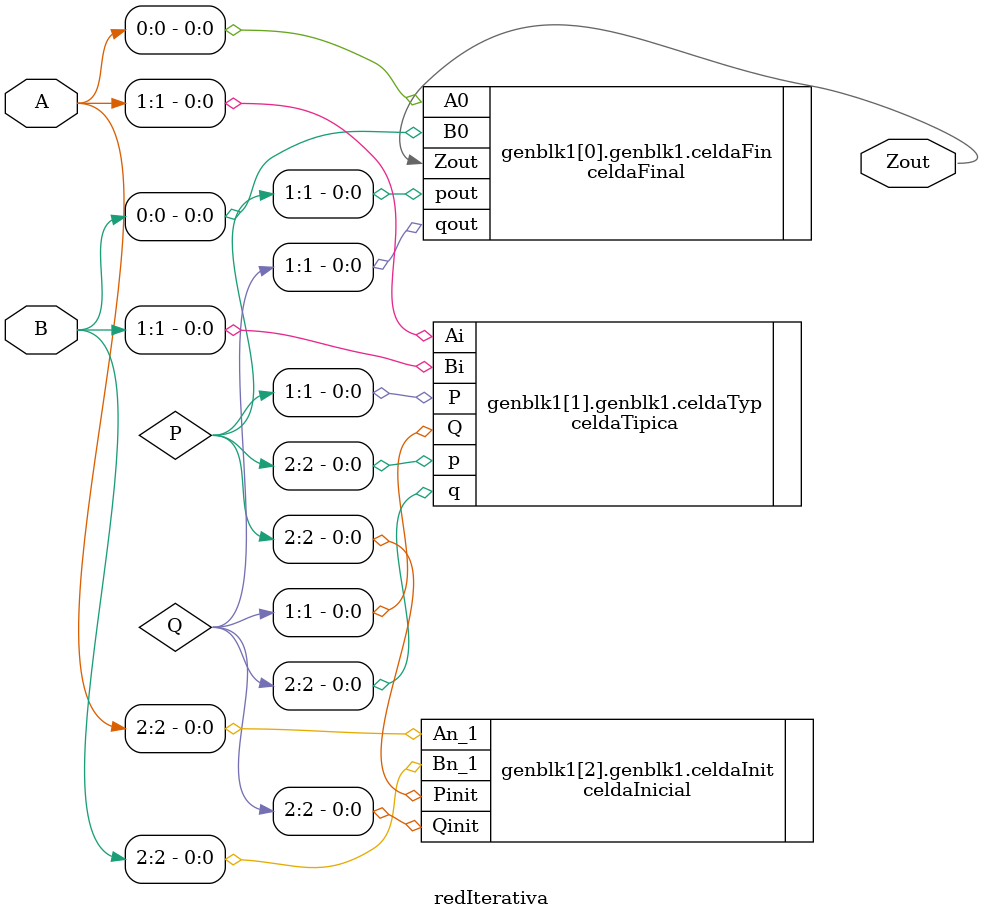
<source format=v>
/* Red iterativa 
   -------------
    Conductual */

// redIterativa red1 #(.N(3)) (.A(3'b010), .B(3'b000), .Zout(salida));
module redIterativa
#( parameter N = 3 ) (
    input [N - 1:0] A, B,
    output wire Zout
);
    wire [N - 1:0] P; // modificar tamaño de vectores de próximo estado. P[0] y Q[0] no están siendo utilizados. 
    wire [N - 1:0] Q; // variables de estado en vectores por aparte, o meter de dos bits en un solo array para visualizar en gtkwave?????????
    genvar i;

    generate 
        for (i = N - 1; i >= 0 ; i = i - 1) // instancias de celdaInicial y celdaFinal dentro del for/generate????
        begin 
            case (i)
                N - 1 : begin
                    celdaInicial celdaInit (.An_1(A[N - 1]), .Bn_1(B[N - 1]), .Pinit(P[N - 1]), .Qinit(Q[N - 1]));
                end 
                0 : begin
                    celdaFinal celdaFin (.A0(A[0]), .B0(B[0]), .pout(P[1]), .qout(Q[1]), .Zout(Zout)); 
                    /* P[1] y Q[1] son los próximos estados de la última celda típica, 
                    y por tanto son el estado presente de la celda final*/
                end 
                default : begin
                    celdaTipica celdaTyp (.p(P[i + 1]), .q(Q[i + 1]), .Ai(A[i]), .Bi(B[i]), .P(P[i]), .Q(Q[i]));
                end 
            endcase
        //celdaTipica celdas (.P(P[i]));        
        end
    endgenerate
endmodule
</source>
